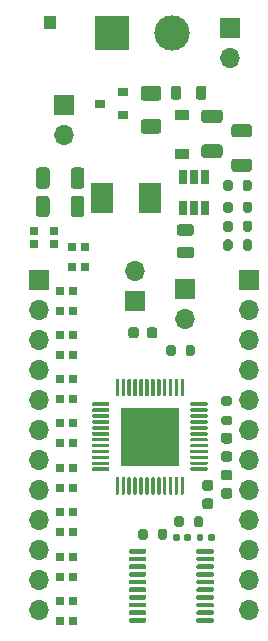
<source format=gbr>
%TF.GenerationSoftware,KiCad,Pcbnew,(5.1.9-0-10_14)*%
%TF.CreationDate,2021-01-20T14:18:15+11:00*%
%TF.ProjectId,ControlBreakout,436f6e74-726f-46c4-9272-65616b6f7574,rev?*%
%TF.SameCoordinates,Original*%
%TF.FileFunction,Soldermask,Top*%
%TF.FilePolarity,Negative*%
%FSLAX46Y46*%
G04 Gerber Fmt 4.6, Leading zero omitted, Abs format (unit mm)*
G04 Created by KiCad (PCBNEW (5.1.9-0-10_14)) date 2021-01-20 14:18:15*
%MOMM*%
%LPD*%
G01*
G04 APERTURE LIST*
%ADD10C,0.100000*%
%ADD11R,5.000000X5.000000*%
%ADD12R,0.700000X0.800000*%
%ADD13O,1.700000X1.700000*%
%ADD14R,1.700000X1.700000*%
%ADD15C,3.000000*%
%ADD16R,3.000000X3.000000*%
%ADD17R,0.650000X1.220000*%
%ADD18R,0.900000X0.800000*%
%ADD19R,1.900000X2.500000*%
%ADD20R,1.200000X0.900000*%
%ADD21R,0.800000X0.700000*%
G04 APERTURE END LIST*
D10*
G36*
X106100000Y-70000000D02*
G01*
X105100000Y-70000000D01*
X105100000Y-69000000D01*
X106100000Y-69000000D01*
X106100000Y-70000000D01*
G37*
X106100000Y-70000000D02*
X105100000Y-70000000D01*
X105100000Y-69000000D01*
X106100000Y-69000000D01*
X106100000Y-70000000D01*
%TO.C,U1*%
G36*
G01*
X118045000Y-114405000D02*
X118045000Y-114205000D01*
G75*
G02*
X118145000Y-114105000I100000J0D01*
G01*
X119420000Y-114105000D01*
G75*
G02*
X119520000Y-114205000I0J-100000D01*
G01*
X119520000Y-114405000D01*
G75*
G02*
X119420000Y-114505000I-100000J0D01*
G01*
X118145000Y-114505000D01*
G75*
G02*
X118045000Y-114405000I0J100000D01*
G01*
G37*
G36*
G01*
X118045000Y-115055000D02*
X118045000Y-114855000D01*
G75*
G02*
X118145000Y-114755000I100000J0D01*
G01*
X119420000Y-114755000D01*
G75*
G02*
X119520000Y-114855000I0J-100000D01*
G01*
X119520000Y-115055000D01*
G75*
G02*
X119420000Y-115155000I-100000J0D01*
G01*
X118145000Y-115155000D01*
G75*
G02*
X118045000Y-115055000I0J100000D01*
G01*
G37*
G36*
G01*
X118045000Y-115705000D02*
X118045000Y-115505000D01*
G75*
G02*
X118145000Y-115405000I100000J0D01*
G01*
X119420000Y-115405000D01*
G75*
G02*
X119520000Y-115505000I0J-100000D01*
G01*
X119520000Y-115705000D01*
G75*
G02*
X119420000Y-115805000I-100000J0D01*
G01*
X118145000Y-115805000D01*
G75*
G02*
X118045000Y-115705000I0J100000D01*
G01*
G37*
G36*
G01*
X118045000Y-116355000D02*
X118045000Y-116155000D01*
G75*
G02*
X118145000Y-116055000I100000J0D01*
G01*
X119420000Y-116055000D01*
G75*
G02*
X119520000Y-116155000I0J-100000D01*
G01*
X119520000Y-116355000D01*
G75*
G02*
X119420000Y-116455000I-100000J0D01*
G01*
X118145000Y-116455000D01*
G75*
G02*
X118045000Y-116355000I0J100000D01*
G01*
G37*
G36*
G01*
X118045000Y-117005000D02*
X118045000Y-116805000D01*
G75*
G02*
X118145000Y-116705000I100000J0D01*
G01*
X119420000Y-116705000D01*
G75*
G02*
X119520000Y-116805000I0J-100000D01*
G01*
X119520000Y-117005000D01*
G75*
G02*
X119420000Y-117105000I-100000J0D01*
G01*
X118145000Y-117105000D01*
G75*
G02*
X118045000Y-117005000I0J100000D01*
G01*
G37*
G36*
G01*
X118045000Y-117655000D02*
X118045000Y-117455000D01*
G75*
G02*
X118145000Y-117355000I100000J0D01*
G01*
X119420000Y-117355000D01*
G75*
G02*
X119520000Y-117455000I0J-100000D01*
G01*
X119520000Y-117655000D01*
G75*
G02*
X119420000Y-117755000I-100000J0D01*
G01*
X118145000Y-117755000D01*
G75*
G02*
X118045000Y-117655000I0J100000D01*
G01*
G37*
G36*
G01*
X118045000Y-118305000D02*
X118045000Y-118105000D01*
G75*
G02*
X118145000Y-118005000I100000J0D01*
G01*
X119420000Y-118005000D01*
G75*
G02*
X119520000Y-118105000I0J-100000D01*
G01*
X119520000Y-118305000D01*
G75*
G02*
X119420000Y-118405000I-100000J0D01*
G01*
X118145000Y-118405000D01*
G75*
G02*
X118045000Y-118305000I0J100000D01*
G01*
G37*
G36*
G01*
X118045000Y-118955000D02*
X118045000Y-118755000D01*
G75*
G02*
X118145000Y-118655000I100000J0D01*
G01*
X119420000Y-118655000D01*
G75*
G02*
X119520000Y-118755000I0J-100000D01*
G01*
X119520000Y-118955000D01*
G75*
G02*
X119420000Y-119055000I-100000J0D01*
G01*
X118145000Y-119055000D01*
G75*
G02*
X118045000Y-118955000I0J100000D01*
G01*
G37*
G36*
G01*
X118045000Y-119605000D02*
X118045000Y-119405000D01*
G75*
G02*
X118145000Y-119305000I100000J0D01*
G01*
X119420000Y-119305000D01*
G75*
G02*
X119520000Y-119405000I0J-100000D01*
G01*
X119520000Y-119605000D01*
G75*
G02*
X119420000Y-119705000I-100000J0D01*
G01*
X118145000Y-119705000D01*
G75*
G02*
X118045000Y-119605000I0J100000D01*
G01*
G37*
G36*
G01*
X118045000Y-120255000D02*
X118045000Y-120055000D01*
G75*
G02*
X118145000Y-119955000I100000J0D01*
G01*
X119420000Y-119955000D01*
G75*
G02*
X119520000Y-120055000I0J-100000D01*
G01*
X119520000Y-120255000D01*
G75*
G02*
X119420000Y-120355000I-100000J0D01*
G01*
X118145000Y-120355000D01*
G75*
G02*
X118045000Y-120255000I0J100000D01*
G01*
G37*
G36*
G01*
X112320000Y-120255000D02*
X112320000Y-120055000D01*
G75*
G02*
X112420000Y-119955000I100000J0D01*
G01*
X113695000Y-119955000D01*
G75*
G02*
X113795000Y-120055000I0J-100000D01*
G01*
X113795000Y-120255000D01*
G75*
G02*
X113695000Y-120355000I-100000J0D01*
G01*
X112420000Y-120355000D01*
G75*
G02*
X112320000Y-120255000I0J100000D01*
G01*
G37*
G36*
G01*
X112320000Y-119605000D02*
X112320000Y-119405000D01*
G75*
G02*
X112420000Y-119305000I100000J0D01*
G01*
X113695000Y-119305000D01*
G75*
G02*
X113795000Y-119405000I0J-100000D01*
G01*
X113795000Y-119605000D01*
G75*
G02*
X113695000Y-119705000I-100000J0D01*
G01*
X112420000Y-119705000D01*
G75*
G02*
X112320000Y-119605000I0J100000D01*
G01*
G37*
G36*
G01*
X112320000Y-118955000D02*
X112320000Y-118755000D01*
G75*
G02*
X112420000Y-118655000I100000J0D01*
G01*
X113695000Y-118655000D01*
G75*
G02*
X113795000Y-118755000I0J-100000D01*
G01*
X113795000Y-118955000D01*
G75*
G02*
X113695000Y-119055000I-100000J0D01*
G01*
X112420000Y-119055000D01*
G75*
G02*
X112320000Y-118955000I0J100000D01*
G01*
G37*
G36*
G01*
X112320000Y-118305000D02*
X112320000Y-118105000D01*
G75*
G02*
X112420000Y-118005000I100000J0D01*
G01*
X113695000Y-118005000D01*
G75*
G02*
X113795000Y-118105000I0J-100000D01*
G01*
X113795000Y-118305000D01*
G75*
G02*
X113695000Y-118405000I-100000J0D01*
G01*
X112420000Y-118405000D01*
G75*
G02*
X112320000Y-118305000I0J100000D01*
G01*
G37*
G36*
G01*
X112320000Y-117655000D02*
X112320000Y-117455000D01*
G75*
G02*
X112420000Y-117355000I100000J0D01*
G01*
X113695000Y-117355000D01*
G75*
G02*
X113795000Y-117455000I0J-100000D01*
G01*
X113795000Y-117655000D01*
G75*
G02*
X113695000Y-117755000I-100000J0D01*
G01*
X112420000Y-117755000D01*
G75*
G02*
X112320000Y-117655000I0J100000D01*
G01*
G37*
G36*
G01*
X112320000Y-117005000D02*
X112320000Y-116805000D01*
G75*
G02*
X112420000Y-116705000I100000J0D01*
G01*
X113695000Y-116705000D01*
G75*
G02*
X113795000Y-116805000I0J-100000D01*
G01*
X113795000Y-117005000D01*
G75*
G02*
X113695000Y-117105000I-100000J0D01*
G01*
X112420000Y-117105000D01*
G75*
G02*
X112320000Y-117005000I0J100000D01*
G01*
G37*
G36*
G01*
X112320000Y-116355000D02*
X112320000Y-116155000D01*
G75*
G02*
X112420000Y-116055000I100000J0D01*
G01*
X113695000Y-116055000D01*
G75*
G02*
X113795000Y-116155000I0J-100000D01*
G01*
X113795000Y-116355000D01*
G75*
G02*
X113695000Y-116455000I-100000J0D01*
G01*
X112420000Y-116455000D01*
G75*
G02*
X112320000Y-116355000I0J100000D01*
G01*
G37*
G36*
G01*
X112320000Y-115705000D02*
X112320000Y-115505000D01*
G75*
G02*
X112420000Y-115405000I100000J0D01*
G01*
X113695000Y-115405000D01*
G75*
G02*
X113795000Y-115505000I0J-100000D01*
G01*
X113795000Y-115705000D01*
G75*
G02*
X113695000Y-115805000I-100000J0D01*
G01*
X112420000Y-115805000D01*
G75*
G02*
X112320000Y-115705000I0J100000D01*
G01*
G37*
G36*
G01*
X112320000Y-115055000D02*
X112320000Y-114855000D01*
G75*
G02*
X112420000Y-114755000I100000J0D01*
G01*
X113695000Y-114755000D01*
G75*
G02*
X113795000Y-114855000I0J-100000D01*
G01*
X113795000Y-115055000D01*
G75*
G02*
X113695000Y-115155000I-100000J0D01*
G01*
X112420000Y-115155000D01*
G75*
G02*
X112320000Y-115055000I0J100000D01*
G01*
G37*
G36*
G01*
X112320000Y-114405000D02*
X112320000Y-114205000D01*
G75*
G02*
X112420000Y-114105000I100000J0D01*
G01*
X113695000Y-114105000D01*
G75*
G02*
X113795000Y-114205000I0J-100000D01*
G01*
X113795000Y-114405000D01*
G75*
G02*
X113695000Y-114505000I-100000J0D01*
G01*
X112420000Y-114505000D01*
G75*
G02*
X112320000Y-114405000I0J100000D01*
G01*
G37*
%TD*%
D11*
%TO.C,U4*%
X114100000Y-104600000D03*
G36*
G01*
X117600000Y-101700000D02*
X118925000Y-101700000D01*
G75*
G02*
X119000000Y-101775000I0J-75000D01*
G01*
X119000000Y-101925000D01*
G75*
G02*
X118925000Y-102000000I-75000J0D01*
G01*
X117600000Y-102000000D01*
G75*
G02*
X117525000Y-101925000I0J75000D01*
G01*
X117525000Y-101775000D01*
G75*
G02*
X117600000Y-101700000I75000J0D01*
G01*
G37*
G36*
G01*
X117600000Y-102200000D02*
X118925000Y-102200000D01*
G75*
G02*
X119000000Y-102275000I0J-75000D01*
G01*
X119000000Y-102425000D01*
G75*
G02*
X118925000Y-102500000I-75000J0D01*
G01*
X117600000Y-102500000D01*
G75*
G02*
X117525000Y-102425000I0J75000D01*
G01*
X117525000Y-102275000D01*
G75*
G02*
X117600000Y-102200000I75000J0D01*
G01*
G37*
G36*
G01*
X117600000Y-102700000D02*
X118925000Y-102700000D01*
G75*
G02*
X119000000Y-102775000I0J-75000D01*
G01*
X119000000Y-102925000D01*
G75*
G02*
X118925000Y-103000000I-75000J0D01*
G01*
X117600000Y-103000000D01*
G75*
G02*
X117525000Y-102925000I0J75000D01*
G01*
X117525000Y-102775000D01*
G75*
G02*
X117600000Y-102700000I75000J0D01*
G01*
G37*
G36*
G01*
X117600000Y-103200000D02*
X118925000Y-103200000D01*
G75*
G02*
X119000000Y-103275000I0J-75000D01*
G01*
X119000000Y-103425000D01*
G75*
G02*
X118925000Y-103500000I-75000J0D01*
G01*
X117600000Y-103500000D01*
G75*
G02*
X117525000Y-103425000I0J75000D01*
G01*
X117525000Y-103275000D01*
G75*
G02*
X117600000Y-103200000I75000J0D01*
G01*
G37*
G36*
G01*
X117600000Y-103700000D02*
X118925000Y-103700000D01*
G75*
G02*
X119000000Y-103775000I0J-75000D01*
G01*
X119000000Y-103925000D01*
G75*
G02*
X118925000Y-104000000I-75000J0D01*
G01*
X117600000Y-104000000D01*
G75*
G02*
X117525000Y-103925000I0J75000D01*
G01*
X117525000Y-103775000D01*
G75*
G02*
X117600000Y-103700000I75000J0D01*
G01*
G37*
G36*
G01*
X117600000Y-104200000D02*
X118925000Y-104200000D01*
G75*
G02*
X119000000Y-104275000I0J-75000D01*
G01*
X119000000Y-104425000D01*
G75*
G02*
X118925000Y-104500000I-75000J0D01*
G01*
X117600000Y-104500000D01*
G75*
G02*
X117525000Y-104425000I0J75000D01*
G01*
X117525000Y-104275000D01*
G75*
G02*
X117600000Y-104200000I75000J0D01*
G01*
G37*
G36*
G01*
X117600000Y-104700000D02*
X118925000Y-104700000D01*
G75*
G02*
X119000000Y-104775000I0J-75000D01*
G01*
X119000000Y-104925000D01*
G75*
G02*
X118925000Y-105000000I-75000J0D01*
G01*
X117600000Y-105000000D01*
G75*
G02*
X117525000Y-104925000I0J75000D01*
G01*
X117525000Y-104775000D01*
G75*
G02*
X117600000Y-104700000I75000J0D01*
G01*
G37*
G36*
G01*
X117600000Y-105200000D02*
X118925000Y-105200000D01*
G75*
G02*
X119000000Y-105275000I0J-75000D01*
G01*
X119000000Y-105425000D01*
G75*
G02*
X118925000Y-105500000I-75000J0D01*
G01*
X117600000Y-105500000D01*
G75*
G02*
X117525000Y-105425000I0J75000D01*
G01*
X117525000Y-105275000D01*
G75*
G02*
X117600000Y-105200000I75000J0D01*
G01*
G37*
G36*
G01*
X117600000Y-105700000D02*
X118925000Y-105700000D01*
G75*
G02*
X119000000Y-105775000I0J-75000D01*
G01*
X119000000Y-105925000D01*
G75*
G02*
X118925000Y-106000000I-75000J0D01*
G01*
X117600000Y-106000000D01*
G75*
G02*
X117525000Y-105925000I0J75000D01*
G01*
X117525000Y-105775000D01*
G75*
G02*
X117600000Y-105700000I75000J0D01*
G01*
G37*
G36*
G01*
X117600000Y-106200000D02*
X118925000Y-106200000D01*
G75*
G02*
X119000000Y-106275000I0J-75000D01*
G01*
X119000000Y-106425000D01*
G75*
G02*
X118925000Y-106500000I-75000J0D01*
G01*
X117600000Y-106500000D01*
G75*
G02*
X117525000Y-106425000I0J75000D01*
G01*
X117525000Y-106275000D01*
G75*
G02*
X117600000Y-106200000I75000J0D01*
G01*
G37*
G36*
G01*
X117600000Y-106700000D02*
X118925000Y-106700000D01*
G75*
G02*
X119000000Y-106775000I0J-75000D01*
G01*
X119000000Y-106925000D01*
G75*
G02*
X118925000Y-107000000I-75000J0D01*
G01*
X117600000Y-107000000D01*
G75*
G02*
X117525000Y-106925000I0J75000D01*
G01*
X117525000Y-106775000D01*
G75*
G02*
X117600000Y-106700000I75000J0D01*
G01*
G37*
G36*
G01*
X117600000Y-107200000D02*
X118925000Y-107200000D01*
G75*
G02*
X119000000Y-107275000I0J-75000D01*
G01*
X119000000Y-107425000D01*
G75*
G02*
X118925000Y-107500000I-75000J0D01*
G01*
X117600000Y-107500000D01*
G75*
G02*
X117525000Y-107425000I0J75000D01*
G01*
X117525000Y-107275000D01*
G75*
G02*
X117600000Y-107200000I75000J0D01*
G01*
G37*
G36*
G01*
X116775000Y-108025000D02*
X116925000Y-108025000D01*
G75*
G02*
X117000000Y-108100000I0J-75000D01*
G01*
X117000000Y-109425000D01*
G75*
G02*
X116925000Y-109500000I-75000J0D01*
G01*
X116775000Y-109500000D01*
G75*
G02*
X116700000Y-109425000I0J75000D01*
G01*
X116700000Y-108100000D01*
G75*
G02*
X116775000Y-108025000I75000J0D01*
G01*
G37*
G36*
G01*
X116275000Y-108025000D02*
X116425000Y-108025000D01*
G75*
G02*
X116500000Y-108100000I0J-75000D01*
G01*
X116500000Y-109425000D01*
G75*
G02*
X116425000Y-109500000I-75000J0D01*
G01*
X116275000Y-109500000D01*
G75*
G02*
X116200000Y-109425000I0J75000D01*
G01*
X116200000Y-108100000D01*
G75*
G02*
X116275000Y-108025000I75000J0D01*
G01*
G37*
G36*
G01*
X115775000Y-108025000D02*
X115925000Y-108025000D01*
G75*
G02*
X116000000Y-108100000I0J-75000D01*
G01*
X116000000Y-109425000D01*
G75*
G02*
X115925000Y-109500000I-75000J0D01*
G01*
X115775000Y-109500000D01*
G75*
G02*
X115700000Y-109425000I0J75000D01*
G01*
X115700000Y-108100000D01*
G75*
G02*
X115775000Y-108025000I75000J0D01*
G01*
G37*
G36*
G01*
X115275000Y-108025000D02*
X115425000Y-108025000D01*
G75*
G02*
X115500000Y-108100000I0J-75000D01*
G01*
X115500000Y-109425000D01*
G75*
G02*
X115425000Y-109500000I-75000J0D01*
G01*
X115275000Y-109500000D01*
G75*
G02*
X115200000Y-109425000I0J75000D01*
G01*
X115200000Y-108100000D01*
G75*
G02*
X115275000Y-108025000I75000J0D01*
G01*
G37*
G36*
G01*
X114775000Y-108025000D02*
X114925000Y-108025000D01*
G75*
G02*
X115000000Y-108100000I0J-75000D01*
G01*
X115000000Y-109425000D01*
G75*
G02*
X114925000Y-109500000I-75000J0D01*
G01*
X114775000Y-109500000D01*
G75*
G02*
X114700000Y-109425000I0J75000D01*
G01*
X114700000Y-108100000D01*
G75*
G02*
X114775000Y-108025000I75000J0D01*
G01*
G37*
G36*
G01*
X114275000Y-108025000D02*
X114425000Y-108025000D01*
G75*
G02*
X114500000Y-108100000I0J-75000D01*
G01*
X114500000Y-109425000D01*
G75*
G02*
X114425000Y-109500000I-75000J0D01*
G01*
X114275000Y-109500000D01*
G75*
G02*
X114200000Y-109425000I0J75000D01*
G01*
X114200000Y-108100000D01*
G75*
G02*
X114275000Y-108025000I75000J0D01*
G01*
G37*
G36*
G01*
X113775000Y-108025000D02*
X113925000Y-108025000D01*
G75*
G02*
X114000000Y-108100000I0J-75000D01*
G01*
X114000000Y-109425000D01*
G75*
G02*
X113925000Y-109500000I-75000J0D01*
G01*
X113775000Y-109500000D01*
G75*
G02*
X113700000Y-109425000I0J75000D01*
G01*
X113700000Y-108100000D01*
G75*
G02*
X113775000Y-108025000I75000J0D01*
G01*
G37*
G36*
G01*
X113275000Y-108025000D02*
X113425000Y-108025000D01*
G75*
G02*
X113500000Y-108100000I0J-75000D01*
G01*
X113500000Y-109425000D01*
G75*
G02*
X113425000Y-109500000I-75000J0D01*
G01*
X113275000Y-109500000D01*
G75*
G02*
X113200000Y-109425000I0J75000D01*
G01*
X113200000Y-108100000D01*
G75*
G02*
X113275000Y-108025000I75000J0D01*
G01*
G37*
G36*
G01*
X112775000Y-108025000D02*
X112925000Y-108025000D01*
G75*
G02*
X113000000Y-108100000I0J-75000D01*
G01*
X113000000Y-109425000D01*
G75*
G02*
X112925000Y-109500000I-75000J0D01*
G01*
X112775000Y-109500000D01*
G75*
G02*
X112700000Y-109425000I0J75000D01*
G01*
X112700000Y-108100000D01*
G75*
G02*
X112775000Y-108025000I75000J0D01*
G01*
G37*
G36*
G01*
X112275000Y-108025000D02*
X112425000Y-108025000D01*
G75*
G02*
X112500000Y-108100000I0J-75000D01*
G01*
X112500000Y-109425000D01*
G75*
G02*
X112425000Y-109500000I-75000J0D01*
G01*
X112275000Y-109500000D01*
G75*
G02*
X112200000Y-109425000I0J75000D01*
G01*
X112200000Y-108100000D01*
G75*
G02*
X112275000Y-108025000I75000J0D01*
G01*
G37*
G36*
G01*
X111775000Y-108025000D02*
X111925000Y-108025000D01*
G75*
G02*
X112000000Y-108100000I0J-75000D01*
G01*
X112000000Y-109425000D01*
G75*
G02*
X111925000Y-109500000I-75000J0D01*
G01*
X111775000Y-109500000D01*
G75*
G02*
X111700000Y-109425000I0J75000D01*
G01*
X111700000Y-108100000D01*
G75*
G02*
X111775000Y-108025000I75000J0D01*
G01*
G37*
G36*
G01*
X111275000Y-108025000D02*
X111425000Y-108025000D01*
G75*
G02*
X111500000Y-108100000I0J-75000D01*
G01*
X111500000Y-109425000D01*
G75*
G02*
X111425000Y-109500000I-75000J0D01*
G01*
X111275000Y-109500000D01*
G75*
G02*
X111200000Y-109425000I0J75000D01*
G01*
X111200000Y-108100000D01*
G75*
G02*
X111275000Y-108025000I75000J0D01*
G01*
G37*
G36*
G01*
X109275000Y-107200000D02*
X110600000Y-107200000D01*
G75*
G02*
X110675000Y-107275000I0J-75000D01*
G01*
X110675000Y-107425000D01*
G75*
G02*
X110600000Y-107500000I-75000J0D01*
G01*
X109275000Y-107500000D01*
G75*
G02*
X109200000Y-107425000I0J75000D01*
G01*
X109200000Y-107275000D01*
G75*
G02*
X109275000Y-107200000I75000J0D01*
G01*
G37*
G36*
G01*
X109275000Y-106700000D02*
X110600000Y-106700000D01*
G75*
G02*
X110675000Y-106775000I0J-75000D01*
G01*
X110675000Y-106925000D01*
G75*
G02*
X110600000Y-107000000I-75000J0D01*
G01*
X109275000Y-107000000D01*
G75*
G02*
X109200000Y-106925000I0J75000D01*
G01*
X109200000Y-106775000D01*
G75*
G02*
X109275000Y-106700000I75000J0D01*
G01*
G37*
G36*
G01*
X109275000Y-106200000D02*
X110600000Y-106200000D01*
G75*
G02*
X110675000Y-106275000I0J-75000D01*
G01*
X110675000Y-106425000D01*
G75*
G02*
X110600000Y-106500000I-75000J0D01*
G01*
X109275000Y-106500000D01*
G75*
G02*
X109200000Y-106425000I0J75000D01*
G01*
X109200000Y-106275000D01*
G75*
G02*
X109275000Y-106200000I75000J0D01*
G01*
G37*
G36*
G01*
X109275000Y-105700000D02*
X110600000Y-105700000D01*
G75*
G02*
X110675000Y-105775000I0J-75000D01*
G01*
X110675000Y-105925000D01*
G75*
G02*
X110600000Y-106000000I-75000J0D01*
G01*
X109275000Y-106000000D01*
G75*
G02*
X109200000Y-105925000I0J75000D01*
G01*
X109200000Y-105775000D01*
G75*
G02*
X109275000Y-105700000I75000J0D01*
G01*
G37*
G36*
G01*
X109275000Y-105200000D02*
X110600000Y-105200000D01*
G75*
G02*
X110675000Y-105275000I0J-75000D01*
G01*
X110675000Y-105425000D01*
G75*
G02*
X110600000Y-105500000I-75000J0D01*
G01*
X109275000Y-105500000D01*
G75*
G02*
X109200000Y-105425000I0J75000D01*
G01*
X109200000Y-105275000D01*
G75*
G02*
X109275000Y-105200000I75000J0D01*
G01*
G37*
G36*
G01*
X109275000Y-104700000D02*
X110600000Y-104700000D01*
G75*
G02*
X110675000Y-104775000I0J-75000D01*
G01*
X110675000Y-104925000D01*
G75*
G02*
X110600000Y-105000000I-75000J0D01*
G01*
X109275000Y-105000000D01*
G75*
G02*
X109200000Y-104925000I0J75000D01*
G01*
X109200000Y-104775000D01*
G75*
G02*
X109275000Y-104700000I75000J0D01*
G01*
G37*
G36*
G01*
X109275000Y-104200000D02*
X110600000Y-104200000D01*
G75*
G02*
X110675000Y-104275000I0J-75000D01*
G01*
X110675000Y-104425000D01*
G75*
G02*
X110600000Y-104500000I-75000J0D01*
G01*
X109275000Y-104500000D01*
G75*
G02*
X109200000Y-104425000I0J75000D01*
G01*
X109200000Y-104275000D01*
G75*
G02*
X109275000Y-104200000I75000J0D01*
G01*
G37*
G36*
G01*
X109275000Y-103700000D02*
X110600000Y-103700000D01*
G75*
G02*
X110675000Y-103775000I0J-75000D01*
G01*
X110675000Y-103925000D01*
G75*
G02*
X110600000Y-104000000I-75000J0D01*
G01*
X109275000Y-104000000D01*
G75*
G02*
X109200000Y-103925000I0J75000D01*
G01*
X109200000Y-103775000D01*
G75*
G02*
X109275000Y-103700000I75000J0D01*
G01*
G37*
G36*
G01*
X109275000Y-103200000D02*
X110600000Y-103200000D01*
G75*
G02*
X110675000Y-103275000I0J-75000D01*
G01*
X110675000Y-103425000D01*
G75*
G02*
X110600000Y-103500000I-75000J0D01*
G01*
X109275000Y-103500000D01*
G75*
G02*
X109200000Y-103425000I0J75000D01*
G01*
X109200000Y-103275000D01*
G75*
G02*
X109275000Y-103200000I75000J0D01*
G01*
G37*
G36*
G01*
X109275000Y-102700000D02*
X110600000Y-102700000D01*
G75*
G02*
X110675000Y-102775000I0J-75000D01*
G01*
X110675000Y-102925000D01*
G75*
G02*
X110600000Y-103000000I-75000J0D01*
G01*
X109275000Y-103000000D01*
G75*
G02*
X109200000Y-102925000I0J75000D01*
G01*
X109200000Y-102775000D01*
G75*
G02*
X109275000Y-102700000I75000J0D01*
G01*
G37*
G36*
G01*
X109275000Y-102200000D02*
X110600000Y-102200000D01*
G75*
G02*
X110675000Y-102275000I0J-75000D01*
G01*
X110675000Y-102425000D01*
G75*
G02*
X110600000Y-102500000I-75000J0D01*
G01*
X109275000Y-102500000D01*
G75*
G02*
X109200000Y-102425000I0J75000D01*
G01*
X109200000Y-102275000D01*
G75*
G02*
X109275000Y-102200000I75000J0D01*
G01*
G37*
G36*
G01*
X109275000Y-101700000D02*
X110600000Y-101700000D01*
G75*
G02*
X110675000Y-101775000I0J-75000D01*
G01*
X110675000Y-101925000D01*
G75*
G02*
X110600000Y-102000000I-75000J0D01*
G01*
X109275000Y-102000000D01*
G75*
G02*
X109200000Y-101925000I0J75000D01*
G01*
X109200000Y-101775000D01*
G75*
G02*
X109275000Y-101700000I75000J0D01*
G01*
G37*
G36*
G01*
X111275000Y-99700000D02*
X111425000Y-99700000D01*
G75*
G02*
X111500000Y-99775000I0J-75000D01*
G01*
X111500000Y-101100000D01*
G75*
G02*
X111425000Y-101175000I-75000J0D01*
G01*
X111275000Y-101175000D01*
G75*
G02*
X111200000Y-101100000I0J75000D01*
G01*
X111200000Y-99775000D01*
G75*
G02*
X111275000Y-99700000I75000J0D01*
G01*
G37*
G36*
G01*
X111775000Y-99700000D02*
X111925000Y-99700000D01*
G75*
G02*
X112000000Y-99775000I0J-75000D01*
G01*
X112000000Y-101100000D01*
G75*
G02*
X111925000Y-101175000I-75000J0D01*
G01*
X111775000Y-101175000D01*
G75*
G02*
X111700000Y-101100000I0J75000D01*
G01*
X111700000Y-99775000D01*
G75*
G02*
X111775000Y-99700000I75000J0D01*
G01*
G37*
G36*
G01*
X112275000Y-99700000D02*
X112425000Y-99700000D01*
G75*
G02*
X112500000Y-99775000I0J-75000D01*
G01*
X112500000Y-101100000D01*
G75*
G02*
X112425000Y-101175000I-75000J0D01*
G01*
X112275000Y-101175000D01*
G75*
G02*
X112200000Y-101100000I0J75000D01*
G01*
X112200000Y-99775000D01*
G75*
G02*
X112275000Y-99700000I75000J0D01*
G01*
G37*
G36*
G01*
X112775000Y-99700000D02*
X112925000Y-99700000D01*
G75*
G02*
X113000000Y-99775000I0J-75000D01*
G01*
X113000000Y-101100000D01*
G75*
G02*
X112925000Y-101175000I-75000J0D01*
G01*
X112775000Y-101175000D01*
G75*
G02*
X112700000Y-101100000I0J75000D01*
G01*
X112700000Y-99775000D01*
G75*
G02*
X112775000Y-99700000I75000J0D01*
G01*
G37*
G36*
G01*
X113275000Y-99700000D02*
X113425000Y-99700000D01*
G75*
G02*
X113500000Y-99775000I0J-75000D01*
G01*
X113500000Y-101100000D01*
G75*
G02*
X113425000Y-101175000I-75000J0D01*
G01*
X113275000Y-101175000D01*
G75*
G02*
X113200000Y-101100000I0J75000D01*
G01*
X113200000Y-99775000D01*
G75*
G02*
X113275000Y-99700000I75000J0D01*
G01*
G37*
G36*
G01*
X113775000Y-99700000D02*
X113925000Y-99700000D01*
G75*
G02*
X114000000Y-99775000I0J-75000D01*
G01*
X114000000Y-101100000D01*
G75*
G02*
X113925000Y-101175000I-75000J0D01*
G01*
X113775000Y-101175000D01*
G75*
G02*
X113700000Y-101100000I0J75000D01*
G01*
X113700000Y-99775000D01*
G75*
G02*
X113775000Y-99700000I75000J0D01*
G01*
G37*
G36*
G01*
X114275000Y-99700000D02*
X114425000Y-99700000D01*
G75*
G02*
X114500000Y-99775000I0J-75000D01*
G01*
X114500000Y-101100000D01*
G75*
G02*
X114425000Y-101175000I-75000J0D01*
G01*
X114275000Y-101175000D01*
G75*
G02*
X114200000Y-101100000I0J75000D01*
G01*
X114200000Y-99775000D01*
G75*
G02*
X114275000Y-99700000I75000J0D01*
G01*
G37*
G36*
G01*
X114775000Y-99700000D02*
X114925000Y-99700000D01*
G75*
G02*
X115000000Y-99775000I0J-75000D01*
G01*
X115000000Y-101100000D01*
G75*
G02*
X114925000Y-101175000I-75000J0D01*
G01*
X114775000Y-101175000D01*
G75*
G02*
X114700000Y-101100000I0J75000D01*
G01*
X114700000Y-99775000D01*
G75*
G02*
X114775000Y-99700000I75000J0D01*
G01*
G37*
G36*
G01*
X115275000Y-99700000D02*
X115425000Y-99700000D01*
G75*
G02*
X115500000Y-99775000I0J-75000D01*
G01*
X115500000Y-101100000D01*
G75*
G02*
X115425000Y-101175000I-75000J0D01*
G01*
X115275000Y-101175000D01*
G75*
G02*
X115200000Y-101100000I0J75000D01*
G01*
X115200000Y-99775000D01*
G75*
G02*
X115275000Y-99700000I75000J0D01*
G01*
G37*
G36*
G01*
X115775000Y-99700000D02*
X115925000Y-99700000D01*
G75*
G02*
X116000000Y-99775000I0J-75000D01*
G01*
X116000000Y-101100000D01*
G75*
G02*
X115925000Y-101175000I-75000J0D01*
G01*
X115775000Y-101175000D01*
G75*
G02*
X115700000Y-101100000I0J75000D01*
G01*
X115700000Y-99775000D01*
G75*
G02*
X115775000Y-99700000I75000J0D01*
G01*
G37*
G36*
G01*
X116275000Y-99700000D02*
X116425000Y-99700000D01*
G75*
G02*
X116500000Y-99775000I0J-75000D01*
G01*
X116500000Y-101100000D01*
G75*
G02*
X116425000Y-101175000I-75000J0D01*
G01*
X116275000Y-101175000D01*
G75*
G02*
X116200000Y-101100000I0J75000D01*
G01*
X116200000Y-99775000D01*
G75*
G02*
X116275000Y-99700000I75000J0D01*
G01*
G37*
G36*
G01*
X116775000Y-99700000D02*
X116925000Y-99700000D01*
G75*
G02*
X117000000Y-99775000I0J-75000D01*
G01*
X117000000Y-101100000D01*
G75*
G02*
X116925000Y-101175000I-75000J0D01*
G01*
X116775000Y-101175000D01*
G75*
G02*
X116700000Y-101100000I0J75000D01*
G01*
X116700000Y-99775000D01*
G75*
G02*
X116775000Y-99700000I75000J0D01*
G01*
G37*
%TD*%
%TO.C,R9*%
G36*
G01*
X117825000Y-112075000D02*
X117825000Y-111525000D01*
G75*
G02*
X118025000Y-111325000I200000J0D01*
G01*
X118425000Y-111325000D01*
G75*
G02*
X118625000Y-111525000I0J-200000D01*
G01*
X118625000Y-112075000D01*
G75*
G02*
X118425000Y-112275000I-200000J0D01*
G01*
X118025000Y-112275000D01*
G75*
G02*
X117825000Y-112075000I0J200000D01*
G01*
G37*
G36*
G01*
X116175000Y-112075000D02*
X116175000Y-111525000D01*
G75*
G02*
X116375000Y-111325000I200000J0D01*
G01*
X116775000Y-111325000D01*
G75*
G02*
X116975000Y-111525000I0J-200000D01*
G01*
X116975000Y-112075000D01*
G75*
G02*
X116775000Y-112275000I-200000J0D01*
G01*
X116375000Y-112275000D01*
G75*
G02*
X116175000Y-112075000I0J200000D01*
G01*
G37*
%TD*%
%TO.C,C9*%
G36*
G01*
X120350000Y-108950000D02*
X120850000Y-108950000D01*
G75*
G02*
X121075000Y-109175000I0J-225000D01*
G01*
X121075000Y-109625000D01*
G75*
G02*
X120850000Y-109850000I-225000J0D01*
G01*
X120350000Y-109850000D01*
G75*
G02*
X120125000Y-109625000I0J225000D01*
G01*
X120125000Y-109175000D01*
G75*
G02*
X120350000Y-108950000I225000J0D01*
G01*
G37*
G36*
G01*
X120350000Y-107400000D02*
X120850000Y-107400000D01*
G75*
G02*
X121075000Y-107625000I0J-225000D01*
G01*
X121075000Y-108075000D01*
G75*
G02*
X120850000Y-108300000I-225000J0D01*
G01*
X120350000Y-108300000D01*
G75*
G02*
X120125000Y-108075000I0J225000D01*
G01*
X120125000Y-107625000D01*
G75*
G02*
X120350000Y-107400000I225000J0D01*
G01*
G37*
%TD*%
%TO.C,R1*%
G36*
G01*
X120875000Y-101975000D02*
X120325000Y-101975000D01*
G75*
G02*
X120125000Y-101775000I0J200000D01*
G01*
X120125000Y-101375000D01*
G75*
G02*
X120325000Y-101175000I200000J0D01*
G01*
X120875000Y-101175000D01*
G75*
G02*
X121075000Y-101375000I0J-200000D01*
G01*
X121075000Y-101775000D01*
G75*
G02*
X120875000Y-101975000I-200000J0D01*
G01*
G37*
G36*
G01*
X120875000Y-103625000D02*
X120325000Y-103625000D01*
G75*
G02*
X120125000Y-103425000I0J200000D01*
G01*
X120125000Y-103025000D01*
G75*
G02*
X120325000Y-102825000I200000J0D01*
G01*
X120875000Y-102825000D01*
G75*
G02*
X121075000Y-103025000I0J-200000D01*
G01*
X121075000Y-103425000D01*
G75*
G02*
X120875000Y-103625000I-200000J0D01*
G01*
G37*
%TD*%
%TO.C,C8*%
G36*
G01*
X105600000Y-82049999D02*
X105600000Y-83350001D01*
G75*
G02*
X105350001Y-83600000I-249999J0D01*
G01*
X104699999Y-83600000D01*
G75*
G02*
X104450000Y-83350001I0J249999D01*
G01*
X104450000Y-82049999D01*
G75*
G02*
X104699999Y-81800000I249999J0D01*
G01*
X105350001Y-81800000D01*
G75*
G02*
X105600000Y-82049999I0J-249999D01*
G01*
G37*
G36*
G01*
X108550000Y-82049999D02*
X108550000Y-83350001D01*
G75*
G02*
X108300001Y-83600000I-249999J0D01*
G01*
X107649999Y-83600000D01*
G75*
G02*
X107400000Y-83350001I0J249999D01*
G01*
X107400000Y-82049999D01*
G75*
G02*
X107649999Y-81800000I249999J0D01*
G01*
X108300001Y-81800000D01*
G75*
G02*
X108550000Y-82049999I0J-249999D01*
G01*
G37*
%TD*%
%TO.C,C7*%
G36*
G01*
X105600000Y-84449999D02*
X105600000Y-85750001D01*
G75*
G02*
X105350001Y-86000000I-249999J0D01*
G01*
X104699999Y-86000000D01*
G75*
G02*
X104450000Y-85750001I0J249999D01*
G01*
X104450000Y-84449999D01*
G75*
G02*
X104699999Y-84200000I249999J0D01*
G01*
X105350001Y-84200000D01*
G75*
G02*
X105600000Y-84449999I0J-249999D01*
G01*
G37*
G36*
G01*
X108550000Y-84449999D02*
X108550000Y-85750001D01*
G75*
G02*
X108300001Y-86000000I-249999J0D01*
G01*
X107649999Y-86000000D01*
G75*
G02*
X107400000Y-85750001I0J249999D01*
G01*
X107400000Y-84449999D01*
G75*
G02*
X107649999Y-84200000I249999J0D01*
G01*
X108300001Y-84200000D01*
G75*
G02*
X108550000Y-84449999I0J-249999D01*
G01*
G37*
%TD*%
%TO.C,C5*%
G36*
G01*
X120850000Y-105175000D02*
X120350000Y-105175000D01*
G75*
G02*
X120125000Y-104950000I0J225000D01*
G01*
X120125000Y-104500000D01*
G75*
G02*
X120350000Y-104275000I225000J0D01*
G01*
X120850000Y-104275000D01*
G75*
G02*
X121075000Y-104500000I0J-225000D01*
G01*
X121075000Y-104950000D01*
G75*
G02*
X120850000Y-105175000I-225000J0D01*
G01*
G37*
G36*
G01*
X120850000Y-106725000D02*
X120350000Y-106725000D01*
G75*
G02*
X120125000Y-106500000I0J225000D01*
G01*
X120125000Y-106050000D01*
G75*
G02*
X120350000Y-105825000I225000J0D01*
G01*
X120850000Y-105825000D01*
G75*
G02*
X121075000Y-106050000I0J-225000D01*
G01*
X121075000Y-106500000D01*
G75*
G02*
X120850000Y-106725000I-225000J0D01*
G01*
G37*
%TD*%
%TO.C,C3*%
G36*
G01*
X118750000Y-109825000D02*
X119250000Y-109825000D01*
G75*
G02*
X119475000Y-110050000I0J-225000D01*
G01*
X119475000Y-110500000D01*
G75*
G02*
X119250000Y-110725000I-225000J0D01*
G01*
X118750000Y-110725000D01*
G75*
G02*
X118525000Y-110500000I0J225000D01*
G01*
X118525000Y-110050000D01*
G75*
G02*
X118750000Y-109825000I225000J0D01*
G01*
G37*
G36*
G01*
X118750000Y-108275000D02*
X119250000Y-108275000D01*
G75*
G02*
X119475000Y-108500000I0J-225000D01*
G01*
X119475000Y-108950000D01*
G75*
G02*
X119250000Y-109175000I-225000J0D01*
G01*
X118750000Y-109175000D01*
G75*
G02*
X118525000Y-108950000I0J225000D01*
G01*
X118525000Y-108500000D01*
G75*
G02*
X118750000Y-108275000I225000J0D01*
G01*
G37*
%TD*%
D12*
%TO.C,D6*%
X106450000Y-103450000D03*
X106450000Y-105150000D03*
X107550000Y-105150000D03*
X107550000Y-103450000D03*
%TD*%
%TO.C,D3*%
X106450000Y-92225000D03*
X106450000Y-93925000D03*
X107550000Y-93925000D03*
X107550000Y-92225000D03*
%TD*%
D13*
%TO.C,J7*%
X120875000Y-72540000D03*
D14*
X120875000Y-70000000D03*
%TD*%
D15*
%TO.C,J6*%
X115980000Y-70375000D03*
D16*
X110900000Y-70375000D03*
%TD*%
D13*
%TO.C,J4*%
X106850000Y-79090000D03*
D14*
X106850000Y-76550000D03*
%TD*%
D13*
%TO.C,J5*%
X117050000Y-94640000D03*
D14*
X117050000Y-92100000D03*
%TD*%
%TO.C,C6*%
G36*
G01*
X116630000Y-88500000D02*
X117580000Y-88500000D01*
G75*
G02*
X117830000Y-88750000I0J-250000D01*
G01*
X117830000Y-89250000D01*
G75*
G02*
X117580000Y-89500000I-250000J0D01*
G01*
X116630000Y-89500000D01*
G75*
G02*
X116380000Y-89250000I0J250000D01*
G01*
X116380000Y-88750000D01*
G75*
G02*
X116630000Y-88500000I250000J0D01*
G01*
G37*
G36*
G01*
X116630000Y-86600000D02*
X117580000Y-86600000D01*
G75*
G02*
X117830000Y-86850000I0J-250000D01*
G01*
X117830000Y-87350000D01*
G75*
G02*
X117580000Y-87600000I-250000J0D01*
G01*
X116630000Y-87600000D01*
G75*
G02*
X116380000Y-87350000I0J250000D01*
G01*
X116380000Y-86850000D01*
G75*
G02*
X116630000Y-86600000I250000J0D01*
G01*
G37*
%TD*%
%TO.C,C4*%
G36*
G01*
X118699999Y-79850000D02*
X120000001Y-79850000D01*
G75*
G02*
X120250000Y-80099999I0J-249999D01*
G01*
X120250000Y-80750001D01*
G75*
G02*
X120000001Y-81000000I-249999J0D01*
G01*
X118699999Y-81000000D01*
G75*
G02*
X118450000Y-80750001I0J249999D01*
G01*
X118450000Y-80099999D01*
G75*
G02*
X118699999Y-79850000I249999J0D01*
G01*
G37*
G36*
G01*
X118699999Y-76900000D02*
X120000001Y-76900000D01*
G75*
G02*
X120250000Y-77149999I0J-249999D01*
G01*
X120250000Y-77800001D01*
G75*
G02*
X120000001Y-78050000I-249999J0D01*
G01*
X118699999Y-78050000D01*
G75*
G02*
X118450000Y-77800001I0J249999D01*
G01*
X118450000Y-77149999D01*
G75*
G02*
X118699999Y-76900000I249999J0D01*
G01*
G37*
%TD*%
D17*
%TO.C,U3*%
X116875000Y-82615000D03*
X117825000Y-82615000D03*
X118775000Y-82615000D03*
X118775000Y-85235000D03*
X117825000Y-85235000D03*
X116875000Y-85235000D03*
%TD*%
%TO.C,R8*%
G36*
G01*
X117125000Y-97575000D02*
X117125000Y-97025000D01*
G75*
G02*
X117325000Y-96825000I200000J0D01*
G01*
X117725000Y-96825000D01*
G75*
G02*
X117925000Y-97025000I0J-200000D01*
G01*
X117925000Y-97575000D01*
G75*
G02*
X117725000Y-97775000I-200000J0D01*
G01*
X117325000Y-97775000D01*
G75*
G02*
X117125000Y-97575000I0J200000D01*
G01*
G37*
G36*
G01*
X115475000Y-97575000D02*
X115475000Y-97025000D01*
G75*
G02*
X115675000Y-96825000I200000J0D01*
G01*
X116075000Y-96825000D01*
G75*
G02*
X116275000Y-97025000I0J-200000D01*
G01*
X116275000Y-97575000D01*
G75*
G02*
X116075000Y-97775000I-200000J0D01*
G01*
X115675000Y-97775000D01*
G75*
G02*
X115475000Y-97575000I0J200000D01*
G01*
G37*
%TD*%
%TO.C,R7*%
G36*
G01*
X122755000Y-88100000D02*
X122755000Y-88650000D01*
G75*
G02*
X122555000Y-88850000I-200000J0D01*
G01*
X122155000Y-88850000D01*
G75*
G02*
X121955000Y-88650000I0J200000D01*
G01*
X121955000Y-88100000D01*
G75*
G02*
X122155000Y-87900000I200000J0D01*
G01*
X122555000Y-87900000D01*
G75*
G02*
X122755000Y-88100000I0J-200000D01*
G01*
G37*
G36*
G01*
X121105000Y-88100000D02*
X121105000Y-88650000D01*
G75*
G02*
X120905000Y-88850000I-200000J0D01*
G01*
X120505000Y-88850000D01*
G75*
G02*
X120305000Y-88650000I0J200000D01*
G01*
X120305000Y-88100000D01*
G75*
G02*
X120505000Y-87900000I200000J0D01*
G01*
X120905000Y-87900000D01*
G75*
G02*
X121105000Y-88100000I0J-200000D01*
G01*
G37*
%TD*%
%TO.C,R6*%
G36*
G01*
X121955000Y-87050000D02*
X121955000Y-86500000D01*
G75*
G02*
X122155000Y-86300000I200000J0D01*
G01*
X122555000Y-86300000D01*
G75*
G02*
X122755000Y-86500000I0J-200000D01*
G01*
X122755000Y-87050000D01*
G75*
G02*
X122555000Y-87250000I-200000J0D01*
G01*
X122155000Y-87250000D01*
G75*
G02*
X121955000Y-87050000I0J200000D01*
G01*
G37*
G36*
G01*
X120305000Y-87050000D02*
X120305000Y-86500000D01*
G75*
G02*
X120505000Y-86300000I200000J0D01*
G01*
X120905000Y-86300000D01*
G75*
G02*
X121105000Y-86500000I0J-200000D01*
G01*
X121105000Y-87050000D01*
G75*
G02*
X120905000Y-87250000I-200000J0D01*
G01*
X120505000Y-87250000D01*
G75*
G02*
X120305000Y-87050000I0J200000D01*
G01*
G37*
%TD*%
%TO.C,R5*%
G36*
G01*
X121105000Y-84900000D02*
X121105000Y-85450000D01*
G75*
G02*
X120905000Y-85650000I-200000J0D01*
G01*
X120505000Y-85650000D01*
G75*
G02*
X120305000Y-85450000I0J200000D01*
G01*
X120305000Y-84900000D01*
G75*
G02*
X120505000Y-84700000I200000J0D01*
G01*
X120905000Y-84700000D01*
G75*
G02*
X121105000Y-84900000I0J-200000D01*
G01*
G37*
G36*
G01*
X122755000Y-84900000D02*
X122755000Y-85450000D01*
G75*
G02*
X122555000Y-85650000I-200000J0D01*
G01*
X122155000Y-85650000D01*
G75*
G02*
X121955000Y-85450000I0J200000D01*
G01*
X121955000Y-84900000D01*
G75*
G02*
X122155000Y-84700000I200000J0D01*
G01*
X122555000Y-84700000D01*
G75*
G02*
X122755000Y-84900000I0J-200000D01*
G01*
G37*
%TD*%
%TO.C,R4*%
G36*
G01*
X121100000Y-83050000D02*
X121100000Y-83600000D01*
G75*
G02*
X120900000Y-83800000I-200000J0D01*
G01*
X120500000Y-83800000D01*
G75*
G02*
X120300000Y-83600000I0J200000D01*
G01*
X120300000Y-83050000D01*
G75*
G02*
X120500000Y-82850000I200000J0D01*
G01*
X120900000Y-82850000D01*
G75*
G02*
X121100000Y-83050000I0J-200000D01*
G01*
G37*
G36*
G01*
X122750000Y-83050000D02*
X122750000Y-83600000D01*
G75*
G02*
X122550000Y-83800000I-200000J0D01*
G01*
X122150000Y-83800000D01*
G75*
G02*
X121950000Y-83600000I0J200000D01*
G01*
X121950000Y-83050000D01*
G75*
G02*
X122150000Y-82850000I200000J0D01*
G01*
X122550000Y-82850000D01*
G75*
G02*
X122750000Y-83050000I0J-200000D01*
G01*
G37*
%TD*%
%TO.C,R3*%
G36*
G01*
X121249997Y-81050000D02*
X122500003Y-81050000D01*
G75*
G02*
X122750000Y-81299997I0J-249997D01*
G01*
X122750000Y-81925003D01*
G75*
G02*
X122500003Y-82175000I-249997J0D01*
G01*
X121249997Y-82175000D01*
G75*
G02*
X121000000Y-81925003I0J249997D01*
G01*
X121000000Y-81299997D01*
G75*
G02*
X121249997Y-81050000I249997J0D01*
G01*
G37*
G36*
G01*
X121249997Y-78125000D02*
X122500003Y-78125000D01*
G75*
G02*
X122750000Y-78374997I0J-249997D01*
G01*
X122750000Y-79000003D01*
G75*
G02*
X122500003Y-79250000I-249997J0D01*
G01*
X121249997Y-79250000D01*
G75*
G02*
X121000000Y-79000003I0J249997D01*
G01*
X121000000Y-78374997D01*
G75*
G02*
X121249997Y-78125000I249997J0D01*
G01*
G37*
%TD*%
%TO.C,R2*%
G36*
G01*
X113915000Y-112595000D02*
X113915000Y-113145000D01*
G75*
G02*
X113715000Y-113345000I-200000J0D01*
G01*
X113315000Y-113345000D01*
G75*
G02*
X113115000Y-113145000I0J200000D01*
G01*
X113115000Y-112595000D01*
G75*
G02*
X113315000Y-112395000I200000J0D01*
G01*
X113715000Y-112395000D01*
G75*
G02*
X113915000Y-112595000I0J-200000D01*
G01*
G37*
G36*
G01*
X115565000Y-112595000D02*
X115565000Y-113145000D01*
G75*
G02*
X115365000Y-113345000I-200000J0D01*
G01*
X114965000Y-113345000D01*
G75*
G02*
X114765000Y-113145000I0J200000D01*
G01*
X114765000Y-112595000D01*
G75*
G02*
X114965000Y-112395000I200000J0D01*
G01*
X115365000Y-112395000D01*
G75*
G02*
X115565000Y-112595000I0J-200000D01*
G01*
G37*
%TD*%
D18*
%TO.C,Q1*%
X109850000Y-76400000D03*
X111850000Y-75450000D03*
X111850000Y-77350000D03*
%TD*%
D19*
%TO.C,L1*%
X110050000Y-84400000D03*
X114150000Y-84400000D03*
%TD*%
D14*
%TO.C,J3*%
X112850000Y-93100000D03*
D13*
X112850000Y-90560000D03*
%TD*%
D14*
%TO.C,J2*%
X104700000Y-91300000D03*
D13*
X104700000Y-93840000D03*
X104700000Y-96380000D03*
X104700000Y-98920000D03*
X104700000Y-101460000D03*
X104700000Y-104000000D03*
X104700000Y-106540000D03*
X104700000Y-109080000D03*
X104700000Y-111620000D03*
X104700000Y-114160000D03*
X104700000Y-116700000D03*
X104700000Y-119240000D03*
%TD*%
%TO.C,J1*%
X122480000Y-119240000D03*
X122480000Y-116700000D03*
X122480000Y-114160000D03*
X122480000Y-111620000D03*
X122480000Y-109080000D03*
X122480000Y-106540000D03*
X122480000Y-104000000D03*
X122480000Y-101460000D03*
X122480000Y-98920000D03*
X122480000Y-96380000D03*
X122480000Y-93840000D03*
D14*
X122480000Y-91300000D03*
%TD*%
%TO.C,FB1*%
G36*
G01*
X116750000Y-75093750D02*
X116750000Y-75856250D01*
G75*
G02*
X116531250Y-76075000I-218750J0D01*
G01*
X116093750Y-76075000D01*
G75*
G02*
X115875000Y-75856250I0J218750D01*
G01*
X115875000Y-75093750D01*
G75*
G02*
X116093750Y-74875000I218750J0D01*
G01*
X116531250Y-74875000D01*
G75*
G02*
X116750000Y-75093750I0J-218750D01*
G01*
G37*
G36*
G01*
X118875000Y-75093750D02*
X118875000Y-75856250D01*
G75*
G02*
X118656250Y-76075000I-218750J0D01*
G01*
X118218750Y-76075000D01*
G75*
G02*
X118000000Y-75856250I0J218750D01*
G01*
X118000000Y-75093750D01*
G75*
G02*
X118218750Y-74875000I218750J0D01*
G01*
X118656250Y-74875000D01*
G75*
G02*
X118875000Y-75093750I0J-218750D01*
G01*
G37*
%TD*%
%TO.C,F1*%
G36*
G01*
X113575000Y-77700000D02*
X114825000Y-77700000D01*
G75*
G02*
X115075000Y-77950000I0J-250000D01*
G01*
X115075000Y-78700000D01*
G75*
G02*
X114825000Y-78950000I-250000J0D01*
G01*
X113575000Y-78950000D01*
G75*
G02*
X113325000Y-78700000I0J250000D01*
G01*
X113325000Y-77950000D01*
G75*
G02*
X113575000Y-77700000I250000J0D01*
G01*
G37*
G36*
G01*
X113575000Y-74900000D02*
X114825000Y-74900000D01*
G75*
G02*
X115075000Y-75150000I0J-250000D01*
G01*
X115075000Y-75900000D01*
G75*
G02*
X114825000Y-76150000I-250000J0D01*
G01*
X113575000Y-76150000D01*
G75*
G02*
X113325000Y-75900000I0J250000D01*
G01*
X113325000Y-75150000D01*
G75*
G02*
X113575000Y-74900000I250000J0D01*
G01*
G37*
%TD*%
%TO.C,D12*%
G36*
G01*
X113150000Y-95543750D02*
X113150000Y-96056250D01*
G75*
G02*
X112931250Y-96275000I-218750J0D01*
G01*
X112493750Y-96275000D01*
G75*
G02*
X112275000Y-96056250I0J218750D01*
G01*
X112275000Y-95543750D01*
G75*
G02*
X112493750Y-95325000I218750J0D01*
G01*
X112931250Y-95325000D01*
G75*
G02*
X113150000Y-95543750I0J-218750D01*
G01*
G37*
G36*
G01*
X114725000Y-95543750D02*
X114725000Y-96056250D01*
G75*
G02*
X114506250Y-96275000I-218750J0D01*
G01*
X114068750Y-96275000D01*
G75*
G02*
X113850000Y-96056250I0J218750D01*
G01*
X113850000Y-95543750D01*
G75*
G02*
X114068750Y-95325000I218750J0D01*
G01*
X114506250Y-95325000D01*
G75*
G02*
X114725000Y-95543750I0J-218750D01*
G01*
G37*
%TD*%
D12*
%TO.C,D11*%
X106450000Y-118500000D03*
X106450000Y-120200000D03*
X107550000Y-120200000D03*
X107550000Y-118500000D03*
%TD*%
%TO.C,D10*%
X106450000Y-114750000D03*
X106450000Y-116450000D03*
X107550000Y-116450000D03*
X107550000Y-114750000D03*
%TD*%
D20*
%TO.C,D9*%
X116780000Y-77350000D03*
X116780000Y-80650000D03*
%TD*%
D12*
%TO.C,D8*%
X107550000Y-111000000D03*
X107550000Y-112700000D03*
X106450000Y-112700000D03*
X106450000Y-111000000D03*
%TD*%
%TO.C,D7*%
X106450000Y-107250000D03*
X106450000Y-108950000D03*
X107550000Y-108950000D03*
X107550000Y-107250000D03*
%TD*%
%TO.C,D5*%
X106450000Y-99725000D03*
X106450000Y-101425000D03*
X107550000Y-101425000D03*
X107550000Y-99725000D03*
%TD*%
%TO.C,D4*%
X106450000Y-95975000D03*
X106450000Y-97675000D03*
X107550000Y-97675000D03*
X107550000Y-95975000D03*
%TD*%
%TO.C,D2*%
X107500000Y-88550000D03*
X107500000Y-90250000D03*
X108600000Y-90250000D03*
X108600000Y-88550000D03*
%TD*%
D21*
%TO.C,D1*%
X104300000Y-88300000D03*
X106000000Y-88300000D03*
X106000000Y-87200000D03*
X104300000Y-87200000D03*
%TD*%
%TO.C,C2*%
G36*
G01*
X117020000Y-113300000D02*
X117020000Y-112960000D01*
G75*
G02*
X117160000Y-112820000I140000J0D01*
G01*
X117440000Y-112820000D01*
G75*
G02*
X117580000Y-112960000I0J-140000D01*
G01*
X117580000Y-113300000D01*
G75*
G02*
X117440000Y-113440000I-140000J0D01*
G01*
X117160000Y-113440000D01*
G75*
G02*
X117020000Y-113300000I0J140000D01*
G01*
G37*
G36*
G01*
X116060000Y-113300000D02*
X116060000Y-112960000D01*
G75*
G02*
X116200000Y-112820000I140000J0D01*
G01*
X116480000Y-112820000D01*
G75*
G02*
X116620000Y-112960000I0J-140000D01*
G01*
X116620000Y-113300000D01*
G75*
G02*
X116480000Y-113440000I-140000J0D01*
G01*
X116200000Y-113440000D01*
G75*
G02*
X116060000Y-113300000I0J140000D01*
G01*
G37*
%TD*%
%TO.C,C1*%
G36*
G01*
X119020000Y-113300000D02*
X119020000Y-112960000D01*
G75*
G02*
X119160000Y-112820000I140000J0D01*
G01*
X119440000Y-112820000D01*
G75*
G02*
X119580000Y-112960000I0J-140000D01*
G01*
X119580000Y-113300000D01*
G75*
G02*
X119440000Y-113440000I-140000J0D01*
G01*
X119160000Y-113440000D01*
G75*
G02*
X119020000Y-113300000I0J140000D01*
G01*
G37*
G36*
G01*
X118060000Y-113300000D02*
X118060000Y-112960000D01*
G75*
G02*
X118200000Y-112820000I140000J0D01*
G01*
X118480000Y-112820000D01*
G75*
G02*
X118620000Y-112960000I0J-140000D01*
G01*
X118620000Y-113300000D01*
G75*
G02*
X118480000Y-113440000I-140000J0D01*
G01*
X118200000Y-113440000D01*
G75*
G02*
X118060000Y-113300000I0J140000D01*
G01*
G37*
%TD*%
M02*

</source>
